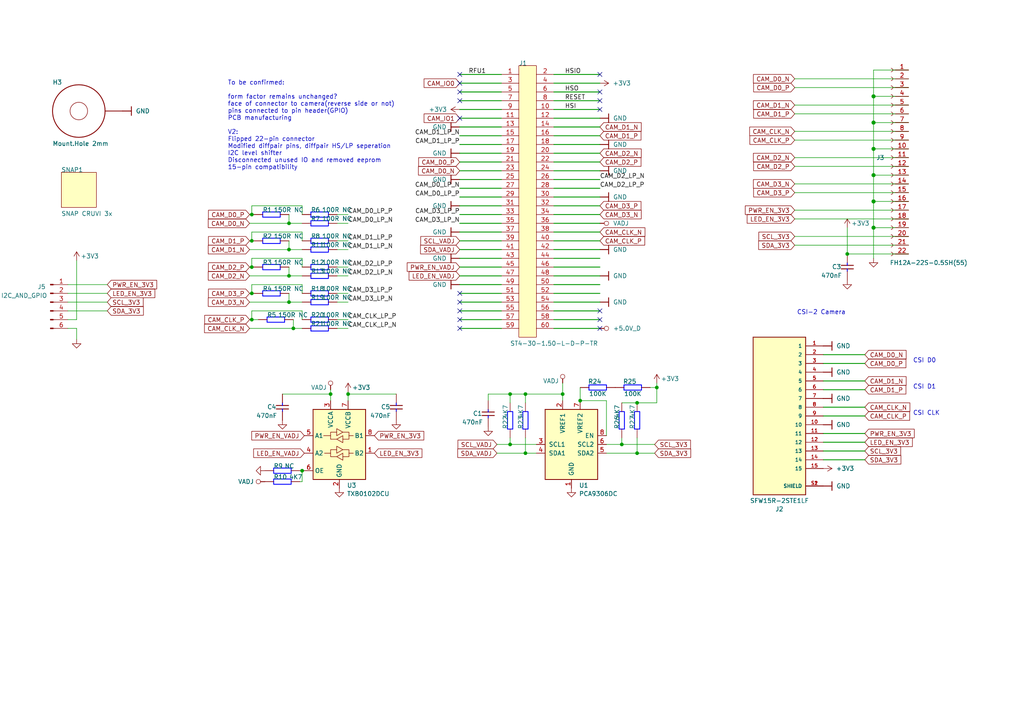
<source format=kicad_sch>
(kicad_sch (version 20230121) (generator eeschema)
  (paper "A4")
  (title_block (title "CR00041 - CRUVI") (date "2021-10-22") (rev "01") (company "Trenz Electronic GmbH"))
  (junction (at 83.82 87.63))
  (junction (at 253.365 35.56) (diameter 1.016))
  (junction (at 73.025 85.09))
  (junction (at 253.365 58.42) (diameter 1.016))
  (junction (at 253.365 43.18) (diameter 1.016))
  (junction (at 253.365 50.8) (diameter 1.016))
  (junction (at 245.745 73.66))
  (junction (at 85.09 95.25))
  (junction (at 190.5 112.395))
  (junction (at 184.785 131.445))
  (junction (at 87.63 136.525))
  (junction (at 73.025 92.71))
  (junction (at 152.4 131.445))
  (junction (at 147.955 114.3))
  (junction (at 253.365 27.94) (diameter 1.016))
  (junction (at 83.82 80.01))
  (junction (at 180.34 128.905))
  (junction (at 253.365 66.04) (diameter 1.016))
  (junction (at 152.4 114.3))
  (junction (at 73.025 77.47))
  (junction (at 73.025 62.23))
  (junction (at 184.785 116.84))
  (junction (at 147.955 128.905))
  (junction (at 100.965 114.3))
  (junction (at 95.885 114.3))
  (junction (at 83.82 64.77))
  (junction (at 73.025 69.85))
  (junction (at 163.195 114.3))
  (junction (at 83.82 72.39))
  (junction (at 168.275 116.205))
  (no_connect (at 133.35 92.71))
  (no_connect (at 173.99 92.71))
  (no_connect (at 133.35 24.13))
  (no_connect (at 133.35 87.63))
  (no_connect (at 173.99 90.17))
  (no_connect (at 173.99 29.21))
  (no_connect (at 133.35 90.17))
  (no_connect (at 133.35 34.29))
  (no_connect (at 173.99 26.67))
  (no_connect (at 173.99 31.75))
  (no_connect (at 173.99 21.59))
  (no_connect (at 133.35 26.67))
  (no_connect (at 133.35 21.59))
  (no_connect (at 173.99 95.25))
  (no_connect (at 133.35 29.21))
  (no_connect (at 133.35 85.09))
  (no_connect (at 133.35 95.25))
  (wire (pts (xy 81.915 114.3) (xy 95.885 114.3)))
  (wire (pts (xy 250.825 118.11) (xy 238.76 118.11)) (stroke (width 0.254)))
  (wire (pts (xy 72.39 69.85) (xy 73.025 69.85)))
  (wire (pts (xy 133.35 62.23) (xy 145.415 62.23)) (stroke (width 0.254)))
  (wire (pts (xy 83.82 80.01) (xy 87.63 80.01)))
  (wire (pts (xy 160.655 62.23) (xy 173.99 62.23)) (stroke (width 0.254)))
  (wire (pts (xy 160.655 46.99) (xy 173.99 46.99)) (stroke (width 0.254)))
  (wire (pts (xy 133.35 34.29) (xy 145.415 34.29)) (stroke (width 0.254)))
  (wire (pts (xy 87.63 74.93) (xy 73.025 74.93)))
  (wire (pts (xy 175.895 128.905) (xy 180.34 128.905)))
  (wire (pts (xy 73.025 82.55) (xy 73.025 85.09)))
  (wire (pts (xy 85.09 95.25) (xy 85.09 92.71)))
  (wire (pts (xy 133.35 41.91) (xy 145.415 41.91)) (stroke (width 0.254)))
  (wire (pts (xy 263.525 20.32) (xy 253.365 20.32)))
  (wire (pts (xy 72.39 87.63) (xy 83.82 87.63)))
  (wire (pts (xy 133.35 52.07) (xy 145.415 52.07)) (stroke (width 0.254)))
  (wire (pts (xy 87.63 69.85) (xy 87.63 67.31)))
  (wire (pts (xy 87.63 92.71) (xy 87.63 90.17)))
  (wire (pts (xy 31.115 90.17) (xy 19.685 90.17)))
  (wire (pts (xy 83.82 80.01) (xy 83.82 77.47)))
  (wire (pts (xy 160.655 95.25) (xy 173.99 95.25)) (stroke (width 0.254)))
  (wire (pts (xy 253.365 43.18) (xy 263.525 43.18)))
  (wire (pts (xy 253.365 66.04) (xy 263.525 66.04)))
  (wire (pts (xy 160.655 69.85) (xy 173.99 69.85)) (stroke (width 0.254)))
  (wire (pts (xy 250.825 113.03) (xy 238.76 113.03)) (stroke (width 0.254)))
  (wire (pts (xy 73.025 62.23) (xy 73.66 62.23)))
  (wire (pts (xy 83.82 72.39) (xy 87.63 72.39)))
  (wire (pts (xy 250.825 105.41) (xy 238.76 105.41)) (stroke (width 0.254)))
  (wire (pts (xy 160.655 90.17) (xy 173.99 90.17)) (stroke (width 0.254)))
  (wire (pts (xy 184.785 127) (xy 184.785 131.445)))
  (wire (pts (xy 175.895 131.445) (xy 184.785 131.445)))
  (wire (pts (xy 238.76 128.27) (xy 250.825 128.27)) (stroke (width 0.254)))
  (wire (pts (xy 253.365 50.8) (xy 253.365 58.42)))
  (wire (pts (xy 72.39 77.47) (xy 73.025 77.47)))
  (wire (pts (xy 168.275 112.395) (xy 168.275 116.205)))
  (wire (pts (xy 72.39 72.39) (xy 83.82 72.39)))
  (wire (pts (xy 141.605 114.3) (xy 147.955 114.3)))
  (wire (pts (xy 73.025 59.69) (xy 73.025 62.23)))
  (wire (pts (xy 97.79 80.01) (xy 100.965 80.01)))
  (wire (pts (xy 253.365 20.32) (xy 253.365 27.94)))
  (wire (pts (xy 133.35 59.69) (xy 145.415 59.69)) (stroke (width 0.254)))
  (wire (pts (xy 230.505 22.86) (xy 263.525 22.86)))
  (wire (pts (xy 133.35 46.99) (xy 145.415 46.99)) (stroke (width 0.254)))
  (wire (pts (xy 87.63 82.55) (xy 73.025 82.55)))
  (wire (pts (xy 133.35 77.47) (xy 145.415 77.47)) (stroke (width 0.254)))
  (wire (pts (xy 230.505 60.96) (xy 263.525 60.96)))
  (wire (pts (xy 83.82 72.39) (xy 83.82 69.85)))
  (wire (pts (xy 97.79 95.25) (xy 100.965 95.25)))
  (wire (pts (xy 253.365 50.8) (xy 263.525 50.8)))
  (wire (pts (xy 160.655 21.59) (xy 173.99 21.59)) (stroke (width 0.254)))
  (wire (pts (xy 97.79 72.39) (xy 100.965 72.39)))
  (wire (pts (xy 152.4 127) (xy 152.4 131.445)))
  (wire (pts (xy 160.655 39.37) (xy 173.99 39.37)) (stroke (width 0.254)))
  (wire (pts (xy 144.145 131.445) (xy 152.4 131.445)))
  (wire (pts (xy 133.35 31.75) (xy 145.415 31.75)) (stroke (width 0.254)))
  (wire (pts (xy 133.35 72.39) (xy 145.415 72.39)) (stroke (width 0.254)))
  (wire (pts (xy 250.825 120.65) (xy 238.76 120.65)) (stroke (width 0.254)))
  (wire (pts (xy 73.025 67.31) (xy 73.025 69.85)))
  (wire (pts (xy 190.5 111.125) (xy 190.5 112.395)))
  (wire (pts (xy 160.655 34.29) (xy 173.99 34.29)) (stroke (width 0.254)))
  (wire (pts (xy 97.79 64.77) (xy 100.965 64.77)))
  (wire (pts (xy 72.39 92.71) (xy 73.025 92.71)))
  (wire (pts (xy 133.35 64.77) (xy 145.415 64.77)) (stroke (width 0.254)))
  (wire (pts (xy 160.655 72.39) (xy 173.99 72.39)) (stroke (width 0.254)))
  (wire (pts (xy 87.63 136.525) (xy 86.995 136.525)))
  (wire (pts (xy 160.655 24.13) (xy 173.99 24.13)) (stroke (width 0.254)))
  (wire (pts (xy 73.025 85.09) (xy 73.66 85.09)))
  (wire (pts (xy 152.4 114.3) (xy 163.195 114.3)))
  (wire (pts (xy 160.655 74.93) (xy 173.99 74.93)) (stroke (width 0.254)))
  (wire (pts (xy 19.685 92.71) (xy 22.225 92.71)))
  (wire (pts (xy 253.365 58.42) (xy 263.525 58.42)))
  (wire (pts (xy 230.505 40.64) (xy 263.525 40.64)))
  (wire (pts (xy 133.35 36.83) (xy 145.415 36.83)) (stroke (width 0.254)))
  (wire (pts (xy 160.655 41.91) (xy 173.99 41.91)) (stroke (width 0.254)))
  (wire (pts (xy 19.685 82.55) (xy 31.115 82.55)))
  (wire (pts (xy 100.965 113.665) (xy 100.965 114.3)))
  (wire (pts (xy 114.935 114.3) (xy 100.965 114.3)))
  (wire (pts (xy 160.655 57.15) (xy 173.99 57.15)) (stroke (width 0.254)))
  (wire (pts (xy 97.79 77.47) (xy 100.965 77.47)))
  (wire (pts (xy 253.365 58.42) (xy 253.365 66.04)))
  (wire (pts (xy 31.115 87.63) (xy 19.685 87.63)))
  (wire (pts (xy 133.35 95.25) (xy 145.415 95.25)) (stroke (width 0.254)))
  (wire (pts (xy 87.63 139.7) (xy 86.995 139.7)))
  (wire (pts (xy 230.505 53.34) (xy 263.525 53.34)))
  (wire (pts (xy 73.025 74.93) (xy 73.025 77.47)))
  (wire (pts (xy 83.82 64.77) (xy 83.82 62.23)))
  (wire (pts (xy 238.76 125.73) (xy 250.825 125.73)) (stroke (width 0.254)))
  (wire (pts (xy 253.365 43.18) (xy 253.365 50.8)))
  (wire (pts (xy 184.785 116.84) (xy 190.5 116.84)))
  (wire (pts (xy 87.63 59.69) (xy 73.025 59.69)))
  (wire (pts (xy 160.655 85.09) (xy 173.99 85.09)) (stroke (width 0.254)))
  (wire (pts (xy 160.655 44.45) (xy 173.99 44.45)) (stroke (width 0.254)))
  (wire (pts (xy 133.35 21.59) (xy 145.415 21.59)) (stroke (width 0.254)))
  (wire (pts (xy 100.965 114.3) (xy 100.965 116.205)))
  (wire (pts (xy 133.35 85.09) (xy 145.415 85.09)) (stroke (width 0.254)))
  (wire (pts (xy 175.895 126.365) (xy 175.895 116.205)))
  (wire (pts (xy 250.825 110.49) (xy 238.76 110.49)) (stroke (width 0.254)))
  (wire (pts (xy 160.655 36.83) (xy 173.99 36.83)) (stroke (width 0.254)))
  (wire (pts (xy 95.885 113.03) (xy 95.885 114.3)))
  (wire (pts (xy 85.09 95.25) (xy 87.63 95.25)))
  (wire (pts (xy 163.195 111.125) (xy 163.195 114.3)))
  (wire (pts (xy 133.35 92.71) (xy 145.415 92.71)) (stroke (width 0.254)))
  (wire (pts (xy 133.35 67.31) (xy 145.415 67.31)) (stroke (width 0.254)))
  (wire (pts (xy 83.82 87.63) (xy 83.82 85.09)))
  (wire (pts (xy 87.63 62.23) (xy 87.63 59.69)))
  (wire (pts (xy 133.35 26.67) (xy 145.415 26.67)) (stroke (width 0.254)))
  (wire (pts (xy 72.39 80.01) (xy 83.82 80.01)))
  (wire (pts (xy 245.745 66.04) (xy 245.745 73.66)))
  (wire (pts (xy 160.655 77.47) (xy 173.99 77.47)) (stroke (width 0.254)))
  (wire (pts (xy 22.225 92.71) (xy 22.225 75.565)))
  (wire (pts (xy 97.79 69.85) (xy 100.965 69.85)))
  (wire (pts (xy 133.35 49.53) (xy 145.415 49.53)) (stroke (width 0.254)))
  (wire (pts (xy 230.505 71.12) (xy 263.525 71.12)))
  (wire (pts (xy 72.39 62.23) (xy 73.025 62.23)))
  (wire (pts (xy 160.655 87.63) (xy 173.99 87.63)) (stroke (width 0.254)))
  (wire (pts (xy 133.35 82.55) (xy 145.415 82.55)) (stroke (width 0.254)))
  (wire (pts (xy 72.39 85.09) (xy 73.025 85.09)))
  (wire (pts (xy 87.63 139.7) (xy 87.63 136.525)))
  (wire (pts (xy 190.5 116.84) (xy 190.5 112.395)))
  (wire (pts (xy 160.655 31.75) (xy 173.99 31.75)) (stroke (width 0.254)))
  (wire (pts (xy 160.655 80.01) (xy 173.99 80.01)) (stroke (width 0.254)))
  (wire (pts (xy 97.79 85.09) (xy 100.965 85.09)))
  (wire (pts (xy 250.825 102.87) (xy 238.76 102.87)) (stroke (width 0.254)))
  (wire (pts (xy 73.025 92.71) (xy 74.93 92.71)))
  (wire (pts (xy 152.4 116.84) (xy 152.4 114.3)))
  (wire (pts (xy 253.365 27.94) (xy 253.365 35.56)))
  (wire (pts (xy 175.895 116.205) (xy 168.275 116.205)))
  (wire (pts (xy 133.35 39.37) (xy 145.415 39.37)) (stroke (width 0.254)))
  (wire (pts (xy 160.655 82.55) (xy 173.99 82.55)) (stroke (width 0.254)))
  (wire (pts (xy 97.79 87.63) (xy 100.965 87.63)))
  (wire (pts (xy 73.025 90.17) (xy 73.025 92.71)))
  (wire (pts (xy 253.365 35.56) (xy 263.525 35.56)))
  (wire (pts (xy 141.605 114.3) (xy 141.605 116.205)))
  (wire (pts (xy 19.685 95.25) (xy 22.225 95.25)))
  (wire (pts (xy 133.35 57.15) (xy 145.415 57.15)) (stroke (width 0.254)))
  (wire (pts (xy 95.885 114.3) (xy 95.885 116.205)))
  (wire (pts (xy 133.35 24.13) (xy 145.415 24.13)) (stroke (width 0.254)))
  (wire (pts (xy 133.35 90.17) (xy 145.415 90.17)) (stroke (width 0.254)))
  (wire (pts (xy 133.35 69.85) (xy 145.415 69.85)) (stroke (width 0.254)))
  (wire (pts (xy 160.655 54.61) (xy 173.99 54.61)) (stroke (width 0.254)))
  (wire (pts (xy 263.525 73.66) (xy 245.745 73.66)))
  (wire (pts (xy 147.955 116.84) (xy 147.955 114.3)))
  (wire (pts (xy 22.225 95.25) (xy 22.225 98.425)))
  (wire (pts (xy 72.39 95.25) (xy 85.09 95.25)))
  (wire (pts (xy 133.35 44.45) (xy 145.415 44.45)) (stroke (width 0.254)))
  (wire (pts (xy 230.505 38.1) (xy 263.525 38.1)))
  (wire (pts (xy 230.505 45.72) (xy 263.525 45.72)))
  (wire (pts (xy 133.35 74.93) (xy 145.415 74.93)) (stroke (width 0.254)))
  (wire (pts (xy 160.655 92.71) (xy 173.99 92.71)) (stroke (width 0.254)))
  (wire (pts (xy 230.505 48.26) (xy 263.525 48.26)))
  (wire (pts (xy 147.955 114.3) (xy 152.4 114.3)))
  (wire (pts (xy 184.785 131.445) (xy 189.865 131.445)))
  (wire (pts (xy 73.025 69.85) (xy 73.66 69.85)))
  (wire (pts (xy 83.82 87.63) (xy 87.63 87.63)))
  (wire (pts (xy 160.655 67.31) (xy 173.99 67.31)) (stroke (width 0.254)))
  (wire (pts (xy 230.505 33.02) (xy 263.525 33.02)))
  (wire (pts (xy 160.655 26.67) (xy 173.99 26.67)) (stroke (width 0.254)))
  (wire (pts (xy 87.63 90.17) (xy 73.025 90.17)))
  (wire (pts (xy 87.63 67.31) (xy 73.025 67.31)))
  (wire (pts (xy 160.655 49.53) (xy 173.99 49.53)) (stroke (width 0.254)))
  (wire (pts (xy 188.595 112.395) (xy 190.5 112.395)))
  (wire (pts (xy 87.63 136.525) (xy 88.265 136.525)))
  (wire (pts (xy 73.025 77.47) (xy 73.66 77.47)))
  (wire (pts (xy 133.35 87.63) (xy 145.415 87.63)) (stroke (width 0.254)))
  (wire (pts (xy 160.655 59.69) (xy 173.99 59.69)) (stroke (width 0.254)))
  (wire (pts (xy 97.79 92.71) (xy 100.965 92.71)))
  (wire (pts (xy 19.685 85.09) (xy 31.115 85.09)))
  (wire (pts (xy 147.955 128.905) (xy 155.575 128.905)))
  (wire (pts (xy 180.34 116.84) (xy 184.785 116.84)))
  (wire (pts (xy 238.76 133.35) (xy 250.825 133.35)) (stroke (width 0.254)))
  (wire (pts (xy 133.35 29.21) (xy 145.415 29.21)) (stroke (width 0.254)))
  (wire (pts (xy 152.4 131.445) (xy 155.575 131.445)))
  (wire (pts (xy 87.63 85.09) (xy 87.63 82.55)))
  (wire (pts (xy 230.505 55.88) (xy 263.525 55.88)))
  (wire (pts (xy 87.63 77.47) (xy 87.63 74.93)))
  (wire (pts (xy 97.79 62.23) (xy 100.965 62.23)))
  (wire (pts (xy 133.35 54.61) (xy 145.415 54.61)) (stroke (width 0.254)))
  (wire (pts (xy 160.655 29.21) (xy 173.99 29.21)) (stroke (width 0.254)))
  (wire (pts (xy 83.82 64.77) (xy 87.63 64.77)))
  (wire (pts (xy 144.145 128.905) (xy 147.955 128.905)))
  (wire (pts (xy 147.955 127) (xy 147.955 128.905)))
  (wire (pts (xy 160.655 64.77) (xy 173.99 64.77)) (stroke (width 0.254)))
  (wire (pts (xy 163.195 114.3) (xy 163.195 116.205)))
  (wire (pts (xy 253.365 27.94) (xy 263.525 27.94)))
  (wire (pts (xy 253.365 66.04) (xy 253.365 74.93)))
  (wire (pts (xy 238.76 130.81) (xy 250.825 130.81)) (stroke (width 0.254)))
  (wire (pts (xy 230.505 63.5) (xy 263.525 63.5)))
  (wire (pts (xy 253.365 35.56) (xy 253.365 43.18)))
  (wire (pts (xy 133.35 80.01) (xy 145.415 80.01)) (stroke (width 0.254)))
  (wire (pts (xy 72.39 64.77) (xy 83.82 64.77)))
  (wire (pts (xy 180.34 127) (xy 180.34 128.905)))
  (wire (pts (xy 230.505 68.58) (xy 263.525 68.58)))
  (wire (pts (xy 180.34 128.905) (xy 189.865 128.905)))
  (wire (pts (xy 160.655 52.07) (xy 173.99 52.07)) (stroke (width 0.254)))
  (wire (pts (xy 230.505 30.48) (xy 263.525 30.48)))
  (wire (pts (xy 230.505 25.4) (xy 263.525 25.4)))
  (text "To be confirmed: \n\nform factor remains unchanged?\nface of connector to camera(reverse side or not)\npins connected to pin header(GPIO)\nPCB manufacturing\n\nV2:\nFlipped 22-pin connector\nModified diffpair pins, diffpair HS/LP seperation\nI2C level shifter\nDisconnected unused IO and removed eeprom\n15-pin compatibility\n\n" (at 66.04 51.435 0) (effects (font (size 1.27 1.27)) (justify left bottom)))
  (text "CSI D1" (at 264.795 113.03 0) (effects (font (size 1.27 1.27)) (justify left bottom)))
  (text "CSI-2 Camera" (at 231.14 91.44 0) (effects (font (size 1.27 1.27)) (justify left bottom)))
  (text "CSI CLK" (at 264.795 120.65 0) (effects (font (size 1.27 1.27)) (justify left bottom)))
  (text "CSI D0" (at 264.795 105.41 0) (effects (font (size 1.27 1.27)) (justify left bottom)))
  (label "CAM_D0_LP_P" (at 100.965 62.23 0))
  (label "CAM_CLK_LP_N" (at 100.965 95.25 0))
  (label "CAM_D3_LP_N" (at 133.35 64.77 180))
  (label "CAM_D3_LP_P" (at 100.965 85.09 0))
  (label "CAM_D3_LP_N" (at 100.965 87.63 0))
  (label "HSI" (at 163.83 31.75 0))
  (label "HSIO" (at 163.83 21.59 0))
  (label "CAM_CLK_LP_P" (at 100.965 92.71 0))
  (label "CAM_D0_LP_N" (at 100.965 64.77 0))
  (label "RFU1" (at 135.89 21.59 0))
  (label "CAM_D1_LP_N" (at 133.35 39.37 180))
  (label "CAM_D1_LP_P" (at 133.35 41.91 180))
  (label "RESET" (at 163.83 29.21 0))
  (label "CAM_D0_LP_P" (at 133.35 57.15 180))
  (label "CAM_D2_LP_P" (at 173.99 54.61 0))
  (label "CAM_D2_LP_N" (at 173.99 52.07 0))
  (label "CAM_D1_LP_P" (at 100.965 69.85 0))
  (label "CAM_D3_LP_P" (at 133.35 62.23 180))
  (label "CAM_D2_LP_P" (at 100.965 77.47 0))
  (label "CAM_D1_LP_N" (at 100.965 72.39 0))
  (label "CAM_D0_LP_N" (at 133.35 54.61 180))
  (label "HSO" (at 163.83 26.67 0))
  (label "CAM_D2_LP_N" (at 100.965 80.01 0))
  (global_label "CAM_D1_N" (shape input) (at 230.505 30.48 180) (property "Intersheetrefs" "${INTERSHEET_REFS}" (effects hide)))
  (global_label "CAM_D1_N" (shape input) (at 250.825 110.49 0) (property "Intersheetrefs" "${INTERSHEET_REFS}" (effects hide)))
  (global_label "PWR_EN_VADJ" (shape input) (at 88.265 126.365 180) (property "Intersheetrefs" "${INTERSHEET_REFS}" (effects hide)))
  (global_label "CAM_D1_P" (shape input) (at 173.99 39.37 0) (property "Intersheetrefs" "${INTERSHEET_REFS}" (effects hide)))
  (global_label "CAM_D3_P" (shape input) (at 72.39 85.09 180) (property "Intersheetrefs" "${INTERSHEET_REFS}" (effects hide)))
  (global_label "CAM_D2_P" (shape input) (at 72.39 77.47 180) (property "Intersheetrefs" "${INTERSHEET_REFS}" (effects hide)))
  (global_label "CAM_CLK_N" (shape input) (at 250.825 118.11 0) (property "Intersheetrefs" "${INTERSHEET_REFS}" (effects hide)))
  (global_label "CAM_D1_N" (shape input) (at 72.39 72.39 180) (property "Intersheetrefs" "${INTERSHEET_REFS}" (effects hide)))
  (global_label "LED_EN_3V3" (shape input) (at 108.585 131.445 0) (property "Intersheetrefs" "${INTERSHEET_REFS}" (effects hide)))
  (global_label "CAM_D2_N" (shape input) (at 173.99 44.45 0) (property "Intersheetrefs" "${INTERSHEET_REFS}" (effects hide)))
  (global_label "CAM_CLK_N" (shape input) (at 173.99 67.31 0) (property "Intersheetrefs" "${INTERSHEET_REFS}" (effects hide)))
  (global_label "SCL_VADJ" (shape input) (at 133.35 69.85 180) (property "Intersheetrefs" "${INTERSHEET_REFS}" (effects hide)))
  (global_label "PWR_EN_3V3" (shape input) (at 31.115 82.55 0) (property "Intersheetrefs" "${INTERSHEET_REFS}" (effects hide)))
  (global_label "SCL_3V3" (shape input) (at 250.825 130.81 0) (property "Intersheetrefs" "${INTERSHEET_REFS}" (effects hide)))
  (global_label "PWR_EN_VADJ" (shape input) (at 133.35 77.47 180) (property "Intersheetrefs" "${INTERSHEET_REFS}" (effects hide)))
  (global_label "CAM_D1_P" (shape input) (at 72.39 69.85 180) (property "Intersheetrefs" "${INTERSHEET_REFS}" (effects hide)))
  (global_label "CAM_D1_P" (shape input) (at 230.505 33.02 180) (property "Intersheetrefs" "${INTERSHEET_REFS}" (effects hide)))
  (global_label "SDA_VADJ" (shape input) (at 144.145 131.445 180) (property "Intersheetrefs" "${INTERSHEET_REFS}" (effects hide)))
  (global_label "SDA_3V3" (shape input) (at 230.505 71.12 180) (property "Intersheetrefs" "${INTERSHEET_REFS}" (effects hide)))
  (global_label "CAM_D0_N" (shape input) (at 133.35 49.53 180) (property "Intersheetrefs" "${INTERSHEET_REFS}" (effects hide)))
  (global_label "CAM_CLK_N" (shape input) (at 230.505 38.1 180) (property "Intersheetrefs" "${INTERSHEET_REFS}" (effects hide)))
  (global_label "CAM_D3_N" (shape input) (at 72.39 87.63 180) (property "Intersheetrefs" "${INTERSHEET_REFS}" (effects hide)))
  (global_label "CAM_D0_P" (shape input) (at 230.505 25.4 180) (property "Intersheetrefs" "${INTERSHEET_REFS}" (effects hide)))
  (global_label "CAM_D0_N" (shape input) (at 72.39 64.77 180) (property "Intersheetrefs" "${INTERSHEET_REFS}" (effects hide)))
  (global_label "LED_EN_VADJ" (shape input) (at 88.265 131.445 180) (property "Intersheetrefs" "${INTERSHEET_REFS}" (effects hide)))
  (global_label "LED_EN_VADJ" (shape input) (at 133.35 80.01 180) (property "Intersheetrefs" "${INTERSHEET_REFS}" (effects hide)))
  (global_label "SDA_3V3" (shape input) (at 189.865 131.445 0) (property "Intersheetrefs" "${INTERSHEET_REFS}" (effects hide)))
  (global_label "SCL_3V3" (shape input) (at 31.115 87.63 0) (property "Intersheetrefs" "${INTERSHEET_REFS}" (effects hide)))
  (global_label "CAM_CLK_N" (shape input) (at 72.39 95.25 180) (property "Intersheetrefs" "${INTERSHEET_REFS}" (effects hide)))
  (global_label "CAM_CLK_P" (shape input) (at 230.505 40.64 180) (property "Intersheetrefs" "${INTERSHEET_REFS}" (effects hide)))
  (global_label "CAM_D3_N" (shape input) (at 173.99 62.23 0) (property "Intersheetrefs" "${INTERSHEET_REFS}" (effects hide)))
  (global_label "CAM_CLK_P" (shape input) (at 72.39 92.71 180) (property "Intersheetrefs" "${INTERSHEET_REFS}" (effects hide)))
  (global_label "CAM_D0_N" (shape input) (at 230.505 22.86 180) (property "Intersheetrefs" "${INTERSHEET_REFS}" (effects hide)))
  (global_label "PWR_EN_3V3" (shape input) (at 230.505 60.96 180) (property "Intersheetrefs" "${INTERSHEET_REFS}" (effects hide)))
  (global_label "CAM_D3_N" (shape input) (at 230.505 53.34 180) (property "Intersheetrefs" "${INTERSHEET_REFS}" (effects hide)))
  (global_label "LED_EN_3V3" (shape input) (at 250.825 128.27 0) (property "Intersheetrefs" "${INTERSHEET_REFS}" (effects hide)))
  (global_label "CAM_D1_N" (shape input) (at 173.99 36.83 0) (property "Intersheetrefs" "${INTERSHEET_REFS}" (effects hide)))
  (global_label "SDA_3V3" (shape input) (at 250.825 133.35 0) (property "Intersheetrefs" "${INTERSHEET_REFS}" (effects hide)))
  (global_label "CAM_IO1" (shape input) (at 133.35 34.29 180) (property "Intersheetrefs" "${INTERSHEET_REFS}" (effects hide)))
  (global_label "CAM_D0_P" (shape input) (at 72.39 62.23 180) (property "Intersheetrefs" "${INTERSHEET_REFS}" (effects hide)))
  (global_label "PWR_EN_3V3" (shape input) (at 250.825 125.73 0) (property "Intersheetrefs" "${INTERSHEET_REFS}" (effects hide)))
  (global_label "CAM_D3_P" (shape input) (at 173.99 59.69 0) (property "Intersheetrefs" "${INTERSHEET_REFS}" (effects hide)))
  (global_label "SCL_3V3" (shape input) (at 189.865 128.905 0) (property "Intersheetrefs" "${INTERSHEET_REFS}" (effects hide)))
  (global_label "CAM_D2_P" (shape input) (at 173.99 46.99 0) (property "Intersheetrefs" "${INTERSHEET_REFS}" (effects hide)))
  (global_label "SDA_VADJ" (shape input) (at 133.35 72.39 180) (property "Intersheetrefs" "${INTERSHEET_REFS}" (effects hide)))
  (global_label "CAM_CLK_P" (shape input) (at 250.825 120.65 0) (property "Intersheetrefs" "${INTERSHEET_REFS}" (effects hide)))
  (global_label "SDA_3V3" (shape input) (at 31.115 90.17 0) (property "Intersheetrefs" "${INTERSHEET_REFS}" (effects hide)))
  (global_label "CAM_D2_N" (shape input) (at 230.505 45.72 180) (property "Intersheetrefs" "${INTERSHEET_REFS}" (effects hide)))
  (global_label "CAM_CLK_P" (shape input) (at 173.99 69.85 0) (property "Intersheetrefs" "${INTERSHEET_REFS}" (effects hide)))
  (global_label "SCL_VADJ" (shape input) (at 144.145 128.905 180) (property "Intersheetrefs" "${INTERSHEET_REFS}" (effects hide)))
  (global_label "CAM_D2_P" (shape input) (at 230.505 48.26 180) (property "Intersheetrefs" "${INTERSHEET_REFS}" (effects hide)))
  (global_label "CAM_IO0" (shape input) (at 133.35 24.13 180) (property "Intersheetrefs" "${INTERSHEET_REFS}" (effects hide)))
  (global_label "CAM_D0_N" (shape input) (at 250.825 102.87 0) (property "Intersheetrefs" "${INTERSHEET_REFS}" (effects hide)))
  (global_label "CAM_D1_P" (shape input) (at 250.825 113.03 0) (property "Intersheetrefs" "${INTERSHEET_REFS}" (effects hide)))
  (global_label "LED_EN_3V3" (shape input) (at 31.115 85.09 0) (property "Intersheetrefs" "${INTERSHEET_REFS}" (effects hide)))
  (global_label "CAM_D0_P" (shape input) (at 250.825 105.41 0) (property "Intersheetrefs" "${INTERSHEET_REFS}" (effects hide)))
  (global_label "LED_EN_3V3" (shape input) (at 230.505 63.5 180) (property "Intersheetrefs" "${INTERSHEET_REFS}" (effects hide)))
  (global_label "CAM_D3_P" (shape input) (at 230.505 55.88 180) (property "Intersheetrefs" "${INTERSHEET_REFS}" (effects hide)))
  (global_label "CAM_D0_P" (shape input) (at 133.35 46.99 180) (property "Intersheetrefs" "${INTERSHEET_REFS}" (effects hide)))
  (global_label "SCL_3V3" (shape input) (at 230.505 68.58 180) (property "Intersheetrefs" "${INTERSHEET_REFS}" (effects hide)))
  (global_label "PWR_EN_3V3" (shape input) (at 108.585 126.365 0) (property "Intersheetrefs" "${INTERSHEET_REFS}" (effects hide)))
  (global_label "CAM_D2_N" (shape input) (at 72.39 80.01 180) (property "Intersheetrefs" "${INTERSHEET_REFS}" (effects hide)))
  (symbol (lib_id "CURVI-MIPI-CSI-4L-altium-import:root_0_MHole") (at 22.86 32.2072 0) (unit 1)
    (property "Reference" "H3" (at 15.24 24.5872 0) (effects (justify left bottom)))
    (property "Value" "Mount.Hole 2mm" (at 15.24 42.3672 0) (effects (justify left bottom)))
    (property "Footprint" "MHole2_2mm" (effects hide))
    (property "AN" "27273" (effects hide))
    (property "MIXED" "THT" (effects hide))
  )
  (symbol (lib_id "CURVI-MIPI-CSI-4L-altium-import:root_1_RES") (at 178.435 112.395 0) (unit 1)
    (property "Reference" "R25" (at 180.721 111.379 0) (effects (justify left bottom)))
    (property "Value" "100K" (at 180.975 114.935 0) (effects (justify left bottom)))
    (property "Footprint" "Resistor_SMD:R_0402_1005Metric" (effects hide))
    (property "AN" "22585" (effects hide))
    (property "TOLERANCE" "1%" (effects hide))
    (property "CASE" "1005 (0402)" (effects hide))
    (property "TECHNOLOGY" "TK100" (effects hide))
    (property "MIXED" "SMT" (effects hide))
    (property "ALTIUM_VALUE" "4.7K" (effects hide))
    (property "PREFERRED" "Yes" (effects hide))
    (property "H-ART" "RC0402FR-134K7L" (effects hide))
  )
  (symbol (lib_id "CURVI-MIPI-CSI-4L-altium-import:root_1_RES") (at 73.66 62.23 0) (unit 1)
    (property "Reference" "R1" (at 76.2 61.595 0) (effects (justify left bottom)))
    (property "Value" "150R NC" (at 79.375 61.595 0) (effects (justify left bottom)))
    (property "Footprint" "Resistor_SMD:R_0402_1005Metric" (effects hide))
    (property "AN" "22585" (effects hide))
    (property "TOLERANCE" "1%" (effects hide))
    (property "CASE" "1005 (0402)" (effects hide))
    (property "TECHNOLOGY" "TK100" (effects hide))
    (property "MIXED" "SMT" (effects hide))
    (property "ALTIUM_VALUE" "4.7K" (effects hide))
    (property "PREFERRED" "Yes" (effects hide))
    (property "H-ART" "RC0402FR-134K7L" (effects hide))
  )
  (symbol (lib_id "CURVI-MIPI-CSI-4L-altium-import:root_1_RES") (at 73.66 85.09 0) (unit 1)
    (property "Reference" "R4" (at 76.2 84.455 0) (effects (justify left bottom)))
    (property "Value" "150R NC" (at 79.375 84.455 0) (effects (justify left bottom)))
    (property "Footprint" "Resistor_SMD:R_0402_1005Metric" (effects hide))
    (property "AN" "22585" (effects hide))
    (property "TOLERANCE" "1%" (effects hide))
    (property "CASE" "1005 (0402)" (effects hide))
    (property "TECHNOLOGY" "TK100" (effects hide))
    (property "MIXED" "SMT" (effects hide))
    (property "ALTIUM_VALUE" "4.7K" (effects hide))
    (property "PREFERRED" "Yes" (effects hide))
    (property "H-ART" "RC0402FR-134K7L" (effects hide))
  )
  (symbol (lib_id "CURVI-MIPI-CSI-4L-altium-import:GND") (at 173.99 87.63 90) (unit 1)
    (property "Reference" "#PWR0101" (effects hide))
    (property "Value" "GND" (at 177.8 87.63 90) (effects (justify right)))
  )
  (symbol (lib_id "power:GND") (at 245.745 81.28 0) (unit 1)
    (property "Reference" "#PWR03" (effects hide))
    (property "Value" "GND" (effects hide))
  )
  (symbol (lib_id "memblaze2qmtech-altium-import:SFW15R-2STE1LF") (at 226.06 120.65 0) (mirror y) (unit 1)
    (property "Reference" "J2" (at 226.06 147.6543 0))
    (property "Value" "SFW15R-2STE1LF" (at 226.06 145.2301 0))
    (property "Footprint" "My Library:AMPHENOL_SFW15R-2STE1LF" (effects hide))
    (property "MF" "AMPHENOL ICC / FCI" (effects hide))
    (property "MAXIMUM_PACKAGE_HEIGHT" "2.7mm" (effects hide))
    (property "Package" "None" (effects hide))
    (property "Price" "None" (effects hide))
    (property "Check_prices" "https://www.snapeda.com/parts/SFW15R-2STE1LF/Amphenol/view-part/?ref=eda" (effects hide))
    (property "STANDARD" "Manufacturer Recommendations" (effects hide))
    (property "PARTREV" "AE" (effects hide))
    (property "SnapEDA_Link" "https://www.snapeda.com/parts/SFW15R-2STE1LF/Amphenol/view-part/?ref=snap" (effects hide))
    (property "MP" "SFW15R-2STE1LF" (effects hide))
    (property "Description" "\n1.00mm Flex Connector, SFW-R series, 15 Position, Top side Contact, Side Entry Surface Mount ZIF Connector, Lead Free.\n" (effects hide))
    (property "SNAPEDA_PN" "SFW15R-2STE1LF" (effects hide))
    (property "Availability" "In Stock" (effects hide))
    (property "MANUFACTURER" "Amphenol ICC" (effects hide))
  )
  (symbol (lib_id "CURVI-MIPI-CSI-4L-altium-import:root_0_CAP-NP") (at 141.605 116.205 0) (unit 1)
    (property "Reference" "C1" (at 137.16 120.65 0) (effects (justify left bottom)))
    (property "Value" "470nF" (at 133.985 123.19 0) (effects (justify left bottom)))
    (property "Footprint" "Capacitor_SMD:C_0402_1005Metric" (effects hide))
    (property "AN" "24921" (effects hide))
    (property "VOLTAGE" "6.3V" (effects hide))
    (property "TECHNOLOGY" "X5R" (effects hide))
    (property "CASE" "0603 (0201)" (effects hide))
    (property "TOLERANCE" "20%" (effects hide))
    (property "MIXED" "SMT" (effects hide))
    (property "ALTIUM_VALUE" "470n" (effects hide))
    (property "PREFERRED" "Yes" (effects hide))
    (property "TEMPERATURE-RANGE" "-55/+85" (effects hide))
  )
  (symbol (lib_id "CURVI-MIPI-CSI-4L-altium-import:GND") (at 133.35 67.31 270) (unit 1)
    (property "Reference" "#PWR0114" (effects hide))
    (property "Value" "GND" (at 129.54 67.31 90) (effects (justify right)))
  )
  (symbol (lib_id "CURVI-MIPI-CSI-4L-altium-import:GND") (at 173.99 34.29 90) (unit 1)
    (property "Reference" "#PWR0107" (effects hide))
    (property "Value" "GND" (at 177.8 34.29 90) (effects (justify right)))
  )
  (symbol (lib_id "CURVI-MIPI-CSI-4L-altium-import:root_1_RES") (at 87.63 92.71 0) (unit 1)
    (property "Reference" "R20" (at 90.17 92.075 0) (effects (justify left bottom)))
    (property "Value" "100R NC" (at 93.345 92.075 0) (effects (justify left bottom)))
    (property "Footprint" "Resistor_SMD:R_0402_1005Metric" (effects hide))
    (property "AN" "22585" (effects hide))
    (property "TOLERANCE" "1%" (effects hide))
    (property "CASE" "1005 (0402)" (effects hide))
    (property "TECHNOLOGY" "TK100" (effects hide))
    (property "MIXED" "SMT" (effects hide))
    (property "ALTIUM_VALUE" "4.7K" (effects hide))
    (property "PREFERRED" "Yes" (effects hide))
    (property "H-ART" "RC0402FR-134K7L" (effects hide))
  )
  (symbol (lib_id "CURVI-MIPI-CSI-4L-altium-import:root_1_RES") (at 76.835 136.525 0) (unit 1)
    (property "Reference" "R9" (at 79.375 135.89 0) (effects (justify left bottom)))
    (property "Value" "NC" (at 82.55 135.89 0) (effects (justify left bottom)))
    (property "Footprint" "Resistor_SMD:R_0402_1005Metric" (effects hide))
    (property "AN" "22585" (effects hide))
    (property "TOLERANCE" "1%" (effects hide))
    (property "CASE" "1005 (0402)" (effects hide))
    (property "TECHNOLOGY" "TK100" (effects hide))
    (property "MIXED" "SMT" (effects hide))
    (property "ALTIUM_VALUE" "4.7K" (effects hide))
    (property "PREFERRED" "Yes" (effects hide))
    (property "H-ART" "RC0402FR-134K7L" (effects hide))
  )
  (symbol (lib_id "CURVI-MIPI-CSI-4L-altium-import:root_1_RES") (at 87.63 77.47 0) (unit 1)
    (property "Reference" "R12" (at 90.17 76.835 0) (effects (justify left bottom)))
    (property "Value" "100R NC" (at 93.345 76.835 0) (effects (justify left bottom)))
    (property "Footprint" "Resistor_SMD:R_0402_1005Metric" (effects hide))
    (property "AN" "22585" (effects hide))
    (property "TOLERANCE" "1%" (effects hide))
    (property "CASE" "1005 (0402)" (effects hide))
    (property "TECHNOLOGY" "TK100" (effects hide))
    (property "MIXED" "SMT" (effects hide))
    (property "ALTIUM_VALUE" "4.7K" (effects hide))
    (property "PREFERRED" "Yes" (effects hide))
    (property "H-ART" "RC0402FR-134K7L" (effects hide))
  )
  (symbol (lib_id "CURVI-MIPI-CSI-4L-altium-import:GND") (at 173.99 57.15 90) (unit 1)
    (property "Reference" "#PWR0109" (effects hide))
    (property "Value" "GND" (at 177.8 57.15 90) (effects (justify right)))
  )
  (symbol (lib_id "CURVI-MIPI-CSI-4L-altium-import:root_1_RES") (at 87.63 72.39 0) (unit 1)
    (property "Reference" "R11" (at 90.17 71.755 0) (effects (justify left bottom)))
    (property "Value" "100R NC" (at 93.345 71.755 0) (effects (justify left bottom)))
    (property "Footprint" "Resistor_SMD:R_0402_1005Metric" (effects hide))
    (property "AN" "22585" (effects hide))
    (property "TOLERANCE" "1%" (effects hide))
    (property "CASE" "1005 (0402)" (effects hide))
    (property "TECHNOLOGY" "TK100" (effects hide))
    (property "MIXED" "SMT" (effects hide))
    (property "ALTIUM_VALUE" "4.7K" (effects hide))
    (property "PREFERRED" "Yes" (effects hide))
    (property "H-ART" "RC0402FR-134K7L" (effects hide))
  )
  (symbol (lib_id "power:+3.3V") (at 22.225 75.565 0) (unit 1)
    (property "Reference" "#PWR04" (effects hide))
    (property "Value" "+3.3V" (at 26.035 74.295 0))
  )
  (symbol (lib_id "CURVI-MIPI-CSI-4L-altium-import:root_1_RES") (at 168.275 112.395 0) (unit 1)
    (property "Reference" "R24" (at 170.561 111.379 0) (effects (justify left bottom)))
    (property "Value" "100K" (at 170.815 114.935 0) (effects (justify left bottom)))
    (property "Footprint" "Resistor_SMD:R_0402_1005Metric" (effects hide))
    (property "AN" "22585" (effects hide))
    (property "TOLERANCE" "1%" (effects hide))
    (property "CASE" "1005 (0402)" (effects hide))
    (property "TECHNOLOGY" "TK100" (effects hide))
    (property "MIXED" "SMT" (effects hide))
    (property "ALTIUM_VALUE" "4.7K" (effects hide))
    (property "PREFERRED" "Yes" (effects hide))
    (property "H-ART" "RC0402FR-134K7L" (effects hide))
  )
  (symbol (lib_id "CURVI-MIPI-CSI-4L-altium-import:root_1_RES") (at 87.63 62.23 0) (unit 1)
    (property "Reference" "R6" (at 90.17 61.595 0) (effects (justify left bottom)))
    (property "Value" "100R NC" (at 93.345 61.595 0) (effects (justify left bottom)))
    (property "Footprint" "Resistor_SMD:R_0402_1005Metric" (effects hide))
    (property "AN" "22585" (effects hide))
    (property "TOLERANCE" "1%" (effects hide))
    (property "CASE" "1005 (0402)" (effects hide))
    (property "TECHNOLOGY" "TK100" (effects hide))
    (property "MIXED" "SMT" (effects hide))
    (property "ALTIUM_VALUE" "4.7K" (effects hide))
    (property "PREFERRED" "Yes" (effects hide))
    (property "H-ART" "RC0402FR-134K7L" (effects hide))
  )
  (symbol (lib_id "CURVI-MIPI-CSI-4L-altium-import:root_1_RES") (at 152.4 127 90) (unit 1)
    (property "Reference" "R23" (at 151.765 124.46 0) (effects (justify left bottom)))
    (property "Value" "4K7" (at 151.765 121.285 0) (effects (justify left bottom)))
    (property "Footprint" "Resistor_SMD:R_0402_1005Metric" (effects hide))
    (property "AN" "22585" (effects hide))
    (property "TOLERANCE" "1%" (effects hide))
    (property "CASE" "1005 (0402)" (effects hide))
    (property "TECHNOLOGY" "TK100" (effects hide))
    (property "MIXED" "SMT" (effects hide))
    (property "ALTIUM_VALUE" "4.7K" (effects hide))
    (property "PREFERRED" "Yes" (effects hide))
    (property "H-ART" "RC0402FR-134K7L" (effects hide))
  )
  (symbol (lib_id "power:GND") (at 253.365 74.93 0) (unit 1)
    (property "Reference" "#PWR02" (effects hide))
    (property "Value" "GND" (effects hide))
  )
  (symbol (lib_id "power:+3.3V") (at 190.5 111.125 0) (unit 1)
    (property "Reference" "#PWR028" (effects hide))
    (property "Value" "+3.3V" (at 194.31 109.855 0))
  )
  (symbol (lib_id "power:+3.3V") (at 238.76 135.89 270) (unit 1)
    (property "Reference" "#PWR016" (effects hide))
    (property "Value" "+3.3V" (at 245.11 135.89 90))
  )
  (symbol (lib_id "CURVI-MIPI-CSI-4L-altium-import:VADJ") (at 173.99 64.77 90) (unit 1)
    (property "Reference" "#PWR0105" (effects hide))
    (property "Value" "VADJ" (at 177.8 64.77 90) (effects (justify right)))
  )
  (symbol (lib_id "CURVI-MIPI-CSI-4L-altium-import:GND") (at 133.35 82.55 270) (unit 1)
    (property "Reference" "#PWR0111" (effects hide))
    (property "Value" "GND" (at 129.54 82.55 90) (effects (justify right)))
  )
  (symbol (lib_id "CURVI-MIPI-CSI-4L-altium-import:GND") (at 173.99 72.39 90) (unit 1)
    (property "Reference" "#PWR0104" (effects hide))
    (property "Value" "GND" (at 177.8 72.39 90) (effects (justify right)))
  )
  (symbol (lib_id "power:GND") (at 114.935 121.92 0) (unit 1)
    (property "Reference" "#PWR021" (effects hide))
    (property "Value" "GND" (effects hide))
  )
  (symbol (lib_id "power:GND") (at 22.225 98.425 0) (unit 1)
    (property "Reference" "#PWR05" (effects hide))
    (property "Value" "GND" (effects hide))
  )
  (symbol (lib_id "CURVI-MIPI-CSI-4L-altium-import:root_1_RES") (at 184.785 127 90) (unit 1)
    (property "Reference" "R27" (at 184.15 124.46 0) (effects (justify left bottom)))
    (property "Value" "4K7" (at 184.15 121.285 0) (effects (justify left bottom)))
    (property "Footprint" "Resistor_SMD:R_0402_1005Metric" (effects hide))
    (property "AN" "22585" (effects hide))
    (property "TOLERANCE" "1%" (effects hide))
    (property "CASE" "1005 (0402)" (effects hide))
    (property "TECHNOLOGY" "TK100" (effects hide))
    (property "MIXED" "SMT" (effects hide))
    (property "ALTIUM_VALUE" "4.7K" (effects hide))
    (property "PREFERRED" "Yes" (effects hide))
    (property "H-ART" "RC0402FR-134K7L" (effects hide))
  )
  (symbol (lib_id "CURVI-MIPI-CSI-4L-altium-import:root_0_CAP-NP") (at 114.935 114.3 0) (unit 1)
    (property "Reference" "C5" (at 110.49 118.745 0) (effects (justify left bottom)))
    (property "Value" "470nF" (at 107.315 121.285 0) (effects (justify left bottom)))
    (property "Footprint" "Capacitor_SMD:C_0402_1005Metric" (effects hide))
    (property "AN" "24921" (effects hide))
    (property "VOLTAGE" "6.3V" (effects hide))
    (property "TECHNOLOGY" "X5R" (effects hide))
    (property "CASE" "0603 (0201)" (effects hide))
    (property "TOLERANCE" "20%" (effects hide))
    (property "MIXED" "SMT" (effects hide))
    (property "ALTIUM_VALUE" "470n" (effects hide))
    (property "PREFERRED" "Yes" (effects hide))
    (property "TEMPERATURE-RANGE" "-55/+85" (effects hide))
  )
  (symbol (lib_id "power:+3.3V") (at 133.35 31.75 90) (unit 1)
    (property "Reference" "#PWR014" (effects hide))
    (property "Value" "+3.3V" (at 127 31.75 90))
  )
  (symbol (lib_id "Logic_LevelTranslator:TXB0102DCU") (at 98.425 128.905 0) (unit 1)
    (property "Reference" "U3" (at 100.6191 140.7851 0) (effects (justify left)))
    (property "Value" "TXB0102DCU" (at 100.6191 143.2093 0) (effects (justify left)))
    (property "Footprint" "Package_SO:VSSOP-8_2.4x2.1mm_P0.5mm" (effects hide))
    (property "Datasheet" "http://www.ti.com/lit/ds/symlink/txb0102.pdf" (effects hide))
  )
  (symbol (lib_id "Connector:Conn_01x22_Female") (at 258.445 45.72 0) (mirror y) (unit 1)
    (property "Reference" "J3" (at 256.54 45.72 0) (effects (justify left)))
    (property "Value" "FH12A-22S-0.5SH(55)" (at 280.67 76.2 0) (effects (justify left)))
    (property "Footprint" "Connector_FFC-FPC:Hirose_FH12-22S-0.5SH_1x22-1MP_P0.50mm_Horizontal" (effects hide))
    (property "Datasheet" "https://www.hirose.com/product/document?clcode=&productname=&series=FH12&documenttype=Catalog&lang=en&documentid=D31648_en" (effects hide))
    (property "Field4" "Mouser" (effects hide))
    (property "Field5" "798-FH12-22S-0.5SH55" (effects hide))
    (property "Field6" "FH12-22S-0.5SH55" (effects hide))
    (property "Field7" "Hirose" (effects hide))
    (property "Part Description" "22 Position FFC, FPC Connector Contacts, Bottom 0.020\" (0.50mm) Surface Mount, Right Angle" (effects hide))
  )
  (symbol (lib_id "power:+3.3V") (at 173.99 24.13 270) (unit 1)
    (property "Reference" "#PWR013" (effects hide))
    (property "Value" "+3.3V" (at 180.34 24.13 90))
  )
  (symbol (lib_id "power:GND") (at 81.915 121.92 0) (unit 1)
    (property "Reference" "#PWR022" (effects hide))
    (property "Value" "GND" (effects hide))
  )
  (symbol (lib_id "CURVI-MIPI-CSI-4L-altium-import:root_0_DUMMY") (at 17.78 49.9872 0) (unit 1)
    (property "Reference" "SNAP1" (at 17.78 49.9872 0) (effects (justify left bottom)))
    (property "Value" "SNAP CRUVI 3x" (at 17.78 62.6872 0) (effects (justify left bottom)))
    (property "Footprint" "CRUVI_3x_Snap" (effects hide))
    (property "AN" "29977" (effects hide))
  )
  (symbol (lib_id "Interface:PCA9306DC") (at 165.735 128.905 0) (unit 1)
    (property "Reference" "U1" (at 167.9291 140.7851 0) (effects (justify left)))
    (property "Value" "PCA9306DC" (at 167.9291 143.2093 0) (effects (justify left)))
    (property "Footprint" "Package_SO:VSSOP-8_2.3x2mm_P0.5mm" (effects hide))
    (property "Datasheet" "https://www.nxp.com/docs/en/data-sheet/PCA9306.pdf" (effects hide))
  )
  (symbol (lib_id "CURVI-MIPI-CSI-4L-altium-import:GND") (at 133.35 36.83 270) (unit 1)
    (property "Reference" "#PWR0116" (effects hide))
    (property "Value" "GND" (at 129.54 36.83 90) (effects (justify right)))
  )
  (symbol (lib_id "CURVI-MIPI-CSI-4L-altium-import:GND") (at 133.35 74.93 270) (unit 1)
    (property "Reference" "#PWR0112" (effects hide))
    (property "Value" "GND" (at 129.54 74.93 90) (effects (justify right)))
  )
  (symbol (lib_id "CURVI-MIPI-CSI-4L-altium-import:root_0_CAP-NP") (at 245.745 73.66 0) (unit 1)
    (property "Reference" "C3" (at 241.3 78.105 0) (effects (justify left bottom)))
    (property "Value" "470nF" (at 238.125 80.645 0) (effects (justify left bottom)))
    (property "Footprint" "Capacitor_SMD:C_0402_1005Metric" (effects hide))
    (property "AN" "24921" (effects hide))
    (property "VOLTAGE" "6.3V" (effects hide))
    (property "TECHNOLOGY" "X5R" (effects hide))
    (property "CASE" "0603 (0201)" (effects hide))
    (property "TOLERANCE" "20%" (effects hide))
    (property "MIXED" "SMT" (effects hide))
    (property "ALTIUM_VALUE" "470n" (effects hide))
    (property "PREFERRED" "Yes" (effects hide))
    (property "TEMPERATURE-RANGE" "-55/+85" (effects hide))
  )
  (symbol (lib_id "CURVI-MIPI-CSI-4L-altium-import:GND") (at 238.76 107.95 90) (unit 1)
    (property "Reference" "#PWR011" (effects hide))
    (property "Value" "GND" (at 242.57 107.95 90) (effects (justify right)))
  )
  (symbol (lib_id "CURVI-MIPI-CSI-4L-altium-import:root_1_RES") (at 76.835 139.7 0) (unit 1)
    (property "Reference" "R10" (at 79.375 139.065 0) (effects (justify left bottom)))
    (property "Value" "4K7" (at 83.82 139.065 0) (effects (justify left bottom)))
    (property "Footprint" "Resistor_SMD:R_0402_1005Metric" (effects hide))
    (property "AN" "22585" (effects hide))
    (property "TOLERANCE" "1%" (effects hide))
    (property "CASE" "1005 (0402)" (effects hide))
    (property "TECHNOLOGY" "TK100" (effects hide))
    (property "MIXED" "SMT" (effects hide))
    (property "ALTIUM_VALUE" "4.7K" (effects hide))
    (property "PREFERRED" "Yes" (effects hide))
    (property "H-ART" "RC0402FR-134K7L" (effects hide))
  )
  (symbol (lib_id "CURVI-MIPI-CSI-4L-altium-import:root_1_RES") (at 73.66 77.47 0) (unit 1)
    (property "Reference" "R3" (at 76.2 76.835 0) (effects (justify left bottom)))
    (property "Value" "150R NC" (at 79.375 76.835 0) (effects (justify left bottom)))
    (property "Footprint" "Resistor_SMD:R_0402_1005Metric" (effects hide))
    (property "AN" "22585" (effects hide))
    (property "TOLERANCE" "1%" (effects hide))
    (property "CASE" "1005 (0402)" (effects hide))
    (property "TECHNOLOGY" "TK100" (effects hide))
    (property "MIXED" "SMT" (effects hide))
    (property "ALTIUM_VALUE" "4.7K" (effects hide))
    (property "PREFERRED" "Yes" (effects hide))
    (property "H-ART" "RC0402FR-134K7L" (effects hide))
  )
  (symbol (lib_id "CURVI-MIPI-CSI-4L-altium-import:root_1_RES") (at 74.93 92.71 0) (unit 1)
    (property "Reference" "R5" (at 77.47 92.075 0) (effects (justify left bottom)))
    (property "Value" "150R NC" (at 80.645 92.075 0) (effects (justify left bottom)))
    (property "Footprint" "Resistor_SMD:R_0402_1005Metric" (effects hide))
    (property "AN" "22585" (effects hide))
    (property "TOLERANCE" "1%" (effects hide))
    (property "CASE" "1005 (0402)" (effects hide))
    (property "TECHNOLOGY" "TK100" (effects hide))
    (property "MIXED" "SMT" (effects hide))
    (property "ALTIUM_VALUE" "4.7K" (effects hide))
    (property "PREFERRED" "Yes" (effects hide))
    (property "H-ART" "RC0402FR-134K7L" (effects hide))
  )
  (symbol (lib_id "CURVI-MIPI-CSI-4L-altium-import:root_1_RES") (at 87.63 95.25 0) (unit 1)
    (property "Reference" "R21" (at 90.17 94.615 0) (effects (justify left bottom)))
    (property "Value" "100R NC" (at 93.345 94.615 0) (effects (justify left bottom)))
    (property "Footprint" "Resistor_SMD:R_0402_1005Metric" (effects hide))
    (property "AN" "22585" (effects hide))
    (property "TOLERANCE" "1%" (effects hide))
    (property "CASE" "1005 (0402)" (effects hide))
    (property "TECHNOLOGY" "TK100" (effects hide))
    (property "MIXED" "SMT" (effects hide))
    (property "ALTIUM_VALUE" "4.7K" (effects hide))
    (property "PREFERRED" "Yes" (effects hide))
    (property "H-ART" "RC0402FR-134K7L" (effects hide))
  )
  (symbol (lib_id "CURVI-MIPI-CSI-4L-altium-import:VADJ") (at 76.835 139.7 270) (unit 1)
    (property "Reference" "#PWR025" (effects hide))
    (property "Value" "VADJ" (at 73.66 139.7 90) (effects (justify right)))
  )
  (symbol (lib_id "CURVI-MIPI-CSI-4L-altium-import:GND") (at 133.35 52.07 270) (unit 1)
    (property "Reference" "#PWR0113" (effects hide))
    (property "Value" "GND" (at 129.54 52.07 90) (effects (justify right)))
  )
  (symbol (lib_id "CURVI-MIPI-CSI-4L-altium-import:root_0_CON-60") (at 145.415 19.05 0) (unit 1)
    (property "Reference" "J1" (at 150.495 19.05 0) (effects (justify left bottom)))
    (property "Value" "ST4-30-1.50-L-D-P-TR" (at 147.955 100.33 0) (effects (justify left bottom)))
    (property "Footprint" "My Library:CURVI_HIGHSPEED_ST4-30-1_50-L-D" (effects hide))
    (property "AN" "29686" (effects hide))
    (property "CASE" "ST4" (effects hide))
    (property "MIXED" "SMT" (effects hide))
    (property "HELPURL" "b~{:}A~{D}adli~{b}datashee~{t}Samtec_ST~{4}" (effects hide))
    (property "H-ART" "ST4-30-1.50-L-D-P-TR" (effects hide))
    (property "TEMPERATURE-RANGE" "-55/+125" (effects hide))
    (property "EXTRA" "Samtec Ultra-Fine Pitch Header 60 pins, 0.4mm pitch, 1.50 mm height" (effects hide))
  )
  (symbol (lib_id "CURVI-MIPI-CSI-4L-altium-import:root_0_CAP-NP") (at 81.915 114.3 0) (unit 1)
    (property "Reference" "C4" (at 77.47 118.745 0) (effects (justify left bottom)))
    (property "Value" "470nF" (at 74.295 121.285 0) (effects (justify left bottom)))
    (property "Footprint" "Capacitor_SMD:C_0402_1005Metric" (effects hide))
    (property "AN" "24921" (effects hide))
    (property "VOLTAGE" "6.3V" (effects hide))
    (property "TECHNOLOGY" "X5R" (effects hide))
    (property "CASE" "0603 (0201)" (effects hide))
    (property "TOLERANCE" "20%" (effects hide))
    (property "MIXED" "SMT" (effects hide))
    (property "ALTIUM_VALUE" "470n" (effects hide))
    (property "PREFERRED" "Yes" (effects hide))
    (property "TEMPERATURE-RANGE" "-55/+85" (effects hide))
  )
  (symbol (lib_id "CURVI-MIPI-CSI-4L-altium-import:GND") (at 173.99 49.53 90) (unit 1)
    (property "Reference" "#PWR0106" (effects hide))
    (property "Value" "GND" (at 177.8 49.53 90) (effects (justify right)))
  )
  (symbol (lib_id "CURVI-MIPI-CSI-4L-altium-import:GND") (at 173.99 80.01 90) (unit 1)
    (property "Reference" "#PWR0103" (effects hide))
    (property "Value" "GND" (at 177.8 80.01 90) (effects (justify right)))
  )
  (symbol (lib_id "CURVI-MIPI-CSI-4L-altium-import:root_1_RES") (at 180.34 127 90) (unit 1)
    (property "Reference" "R26" (at 179.705 124.46 0) (effects (justify left bottom)))
    (property "Value" "4K7" (at 179.705 121.285 0) (effects (justify left bottom)))
    (property "Footprint" "Resistor_SMD:R_0402_1005Metric" (effects hide))
    (property "AN" "22585" (effects hide))
    (property "TOLERANCE" "1%" (effects hide))
    (property "CASE" "1005 (0402)" (effects hide))
    (property "TECHNOLOGY" "TK100" (effects hide))
    (property "MIXED" "SMT" (effects hide))
    (property "ALTIUM_VALUE" "4.7K" (effects hide))
    (property "PREFERRED" "Yes" (effects hide))
    (property "H-ART" "RC0402FR-134K7L" (effects hide))
  )
  (symbol (lib_id "power:+3.3V") (at 100.965 113.665 0) (unit 1)
    (property "Reference" "#PWR020" (effects hide))
    (property "Value" "+3.3V" (at 104.775 112.395 0))
  )
  (symbol (lib_id "CURVI-MIPI-CSI-4L-altium-import:GND") (at 133.35 44.45 270) (unit 1)
    (property "Reference" "#PWR0118" (effects hide))
    (property "Value" "GND" (at 129.54 44.45 90) (effects (justify right)))
  )
  (symbol (lib_id "CURVI-MIPI-CSI-4L-altium-import:GND") (at 238.76 123.19 90) (unit 1)
    (property "Reference" "#PWR015" (effects hide))
    (property "Value" "GND" (at 242.57 123.19 90) (effects (justify right)))
  )
  (symbol (lib_id "power:GND") (at 76.835 136.525 270) (unit 1)
    (property "Reference" "#PWR024" (effects hide))
    (property "Value" "GND" (effects hide))
  )
  (symbol (lib_id "CURVI-MIPI-CSI-4L-altium-import:GND") (at 238.76 100.33 90) (unit 1)
    (property "Reference" "#PWR010" (effects hide))
    (property "Value" "GND" (at 242.57 100.33 90) (effects (justify right)))
  )
  (symbol (lib_id "CURVI-MIPI-CSI-4L-altium-import:root_1_RES") (at 87.63 80.01 0) (unit 1)
    (property "Reference" "R13" (at 90.17 79.375 0) (effects (justify left bottom)))
    (property "Value" "100R NC" (at 93.345 79.375 0) (effects (justify left bottom)))
    (property "Footprint" "Resistor_SMD:R_0402_1005Metric" (effects hide))
    (property "AN" "22585" (effects hide))
    (property "TOLERANCE" "1%" (effects hide))
    (property "CASE" "1005 (0402)" (effects hide))
    (property "TECHNOLOGY" "TK100" (effects hide))
    (property "MIXED" "SMT" (effects hide))
    (property "ALTIUM_VALUE" "4.7K" (effects hide))
    (property "PREFERRED" "Yes" (effects hide))
    (property "H-ART" "RC0402FR-134K7L" (effects hide))
  )
  (symbol (lib_id "CURVI-MIPI-CSI-4L-altium-import:GND") (at 173.99 41.91 90) (unit 1)
    (property "Reference" "#PWR0110" (effects hide))
    (property "Value" "GND" (at 177.8 41.91 90) (effects (justify right)))
  )
  (symbol (lib_id "CURVI-MIPI-CSI-4L-altium-import:root_1_RES") (at 147.955 127 90) (unit 1)
    (property "Reference" "R22" (at 147.32 124.46 0) (effects (justify left bottom)))
    (property "Value" "4K7" (at 147.32 121.285 0) (effects (justify left bottom)))
    (property "Footprint" "Resistor_SMD:R_0402_1005Metric" (effects hide))
    (property "AN" "22585" (effects hide))
    (property "TOLERANCE" "1%" (effects hide))
    (property "CASE" "1005 (0402)" (effects hide))
    (property "TECHNOLOGY" "TK100" (effects hide))
    (property "MIXED" "SMT" (effects hide))
    (property "ALTIUM_VALUE" "4.7K" (effects hide))
    (property "PREFERRED" "Yes" (effects hide))
    (property "H-ART" "RC0402FR-134K7L" (effects hide))
  )
  (symbol (lib_id "power:+3.3V") (at 245.745 66.04 0) (unit 1)
    (property "Reference" "#PWR01" (effects hide))
    (property "Value" "+3.3V" (at 249.555 64.77 0))
  )
  (symbol (lib_id "CURVI-MIPI-CSI-4L-altium-import:root_1_RES") (at 87.63 87.63 0) (unit 1)
    (property "Reference" "R19" (at 90.17 86.995 0) (effects (justify left bottom)))
    (property "Value" "100R NC" (at 93.345 86.995 0) (effects (justify left bottom)))
    (property "Footprint" "Resistor_SMD:R_0402_1005Metric" (effects hide))
    (property "AN" "22585" (effects hide))
    (property "TOLERANCE" "1%" (effects hide))
    (property "CASE" "1005 (0402)" (effects hide))
    (property "TECHNOLOGY" "TK100" (effects hide))
    (property "MIXED" "SMT" (effects hide))
    (property "ALTIUM_VALUE" "4.7K" (effects hide))
    (property "PREFERRED" "Yes" (effects hide))
    (property "H-ART" "RC0402FR-134K7L" (effects hide))
  )
  (symbol (lib_id "CURVI-MIPI-CSI-4L-altium-import:GND") (at 35.56 32.2072 90) (unit 1)
    (property "Reference" "#PWR0119" (effects hide))
    (property "Value" "GND" (at 39.37 32.2072 90) (effects (justify right)))
  )
  (symbol (lib_id "CURVI-MIPI-CSI-4L-altium-import:+5.0V_D") (at 173.99 95.25 90) (unit 1)
    (property "Reference" "#PWR0102" (effects hide))
    (property "Value" "+5.0V_D" (at 177.8 95.25 90) (effects (justify right)))
  )
  (symbol (lib_id "CURVI-MIPI-CSI-4L-altium-import:VADJ") (at 163.195 111.125 180) (unit 1)
    (property "Reference" "#PWR026" (effects hide))
    (property "Value" "VADJ" (at 157.48 110.49 0) (effects (justify right)))
  )
  (symbol (lib_id "CURVI-MIPI-CSI-4L-altium-import:GND") (at 133.35 59.69 270) (unit 1)
    (property "Reference" "#PWR0115" (effects hide))
    (property "Value" "GND" (at 129.54 59.69 90) (effects (justify right)))
  )
  (symbol (lib_id "CURVI-MIPI-CSI-4L-altium-import:root_1_RES") (at 73.66 69.85 0) (unit 1)
    (property "Reference" "R2" (at 76.2 69.215 0) (effects (justify left bottom)))
    (property "Value" "150R NC" (at 79.375 69.215 0) (effects (justify left bottom)))
    (property "Footprint" "Resistor_SMD:R_0402_1005Metric" (effects hide))
    (property "AN" "22585" (effects hide))
    (property "TOLERANCE" "1%" (effects hide))
    (property "CASE" "1005 (0402)" (effects hide))
    (property "TECHNOLOGY" "TK100" (effects hide))
    (property "MIXED" "SMT" (effects hide))
    (property "ALTIUM_VALUE" "4.7K" (effects hide))
    (property "PREFERRED" "Yes" (effects hide))
    (property "H-ART" "RC0402FR-134K7L" (effects hide))
  )
  (symbol (lib_id "power:GND") (at 141.605 123.825 0) (unit 1)
    (property "Reference" "#PWR018" (effects hide))
    (property "Value" "GND" (effects hide))
  )
  (symbol (lib_id "CURVI-MIPI-CSI-4L-altium-import:VADJ") (at 95.885 113.03 180) (unit 1)
    (property "Reference" "#PWR019" (effects hide))
    (property "Value" "VADJ" (at 90.17 112.395 0) (effects (justify right)))
  )
  (symbol (lib_id "power:GND") (at 98.425 141.605 0) (unit 1)
    (property "Reference" "#PWR023" (effects hide))
    (property "Value" "GND" (effects hide))
  )
  (symbol (lib_id "Connector:Conn_01x06_Pin") (at 14.605 87.63 0) (unit 1)
    (property "Reference" "J5" (at 12.065 83.185 0))
    (property "Value" "I2C_AND_GPIO" (at 6.985 85.725 0))
    (property "Footprint" "Connector_PinHeader_1.27mm:PinHeader_1x06_P1.27mm_Vertical" (effects hide))
  )
  (symbol (lib_id "CURVI-MIPI-CSI-4L-altium-import:root_1_RES") (at 87.63 64.77 0) (unit 1)
    (property "Reference" "R7" (at 90.17 64.135 0) (effects (justify left bottom)))
    (property "Value" "100R NC" (at 93.345 64.135 0) (effects (justify left bottom)))
    (property "Footprint" "Resistor_SMD:R_0402_1005Metric" (effects hide))
    (property "AN" "22585" (effects hide))
    (property "TOLERANCE" "1%" (effects hide))
    (property "CASE" "1005 (0402)" (effects hide))
    (property "TECHNOLOGY" "TK100" (effects hide))
    (property "MIXED" "SMT" (effects hide))
    (property "ALTIUM_VALUE" "4.7K" (effects hide))
    (property "PREFERRED" "Yes" (effects hide))
    (property "H-ART" "RC0402FR-134K7L" (effects hide))
  )
  (symbol (lib_id "CURVI-MIPI-CSI-4L-altium-import:root_1_RES") (at 87.63 69.85 0) (unit 1)
    (property "Reference" "R8" (at 90.17 69.215 0) (effects (justify left bottom)))
    (property "Value" "100R NC" (at 93.345 69.215 0) (effects (justify left bottom)))
    (property "Footprint" "Resistor_SMD:R_0402_1005Metric" (effects hide))
    (property "AN" "22585" (effects hide))
    (property "TOLERANCE" "1%" (effects hide))
    (property "CASE" "1005 (0402)" (effects hide))
    (property "TECHNOLOGY" "TK100" (effects hide))
    (property "MIXED" "SMT" (effects hide))
    (property "ALTIUM_VALUE" "4.7K" (effects hide))
    (property "PREFERRED" "Yes" (effects hide))
    (property "H-ART" "RC0402FR-134K7L" (effects hide))
  )
  (symbol (lib_id "CURVI-MIPI-CSI-4L-altium-import:GND") (at 238.76 115.57 90) (unit 1)
    (property "Reference" "#PWR012" (effects hide))
    (property "Value" "GND" (at 242.57 115.57 90) (effects (justify right)))
  )
  (symbol (lib_id "CURVI-MIPI-CSI-4L-altium-import:root_1_RES") (at 87.63 85.09 0) (unit 1)
    (property "Reference" "R18" (at 90.17 84.455 0) (effects (justify left bottom)))
    (property "Value" "100R NC" (at 93.345 84.455 0) (effects (justify left bottom)))
    (property "Footprint" "Resistor_SMD:R_0402_1005Metric" (effects hide))
    (property "AN" "22585" (effects hide))
    (property "TOLERANCE" "1%" (effects hide))
    (property "CASE" "1005 (0402)" (effects hide))
    (property "TECHNOLOGY" "TK100" (effects hide))
    (property "MIXED" "SMT" (effects hide))
    (property "ALTIUM_VALUE" "4.7K" (effects hide))
    (property "PREFERRED" "Yes" (effects hide))
    (property "H-ART" "RC0402FR-134K7L" (effects hide))
  )
  (symbol (lib_id "CURVI-MIPI-CSI-4L-altium-import:GND") (at 238.76 140.97 90) (unit 1)
    (property "Reference" "#PWR017" (effects hide))
    (property "Value" "GND" (at 242.57 140.97 90) (effects (justify right)))
  )
  (symbol (lib_id "power:GND") (at 165.735 141.605 0) (unit 1)
    (property "Reference" "#PWR027" (effects hide))
    (property "Value" "GND" (effects hide))
  )
)
</source>
